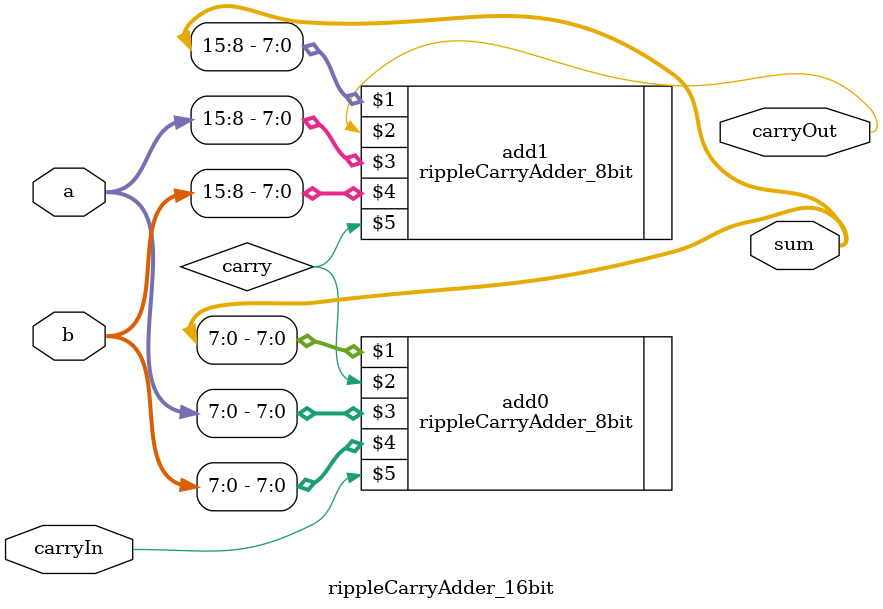
<source format=v>
/*
 * Assignment	  : 1
 * Problem No.	: 1
 * Semester		  : Autumn 2021
 * Group 		    : 46
 * Name1 		    : Neha Dalmia
 * RollNumber1 	: 19CS30055
 * Name2 		    : Rajat Bachhawat
 * RollNumber2 	: 19CS10073
 */

`timescale 1ns / 1ps

// Ripple carry adder (16-bit) implementation (using two 8-bit RCA)
module rippleCarryAdder_16bit (
  output[15:0] sum,	// 16 bit output sum
  output carryOut,	// most significant carry bit
  input[15:0] a,	// 16 bit input a
  input[15:0] b,	// 16 bit input b
  input carryIn	// carryIn
  );

  wire carry;		// wire to store the intermediate carry 
  
  /* 
  Logic
  We use two 8-bit RCAs to make a 16-bit RCA.
  Rightmost 8 input bits and input carry are passed on to RCA #1.
  The carry generated from RCA #1 is passed on to RCA #2 along with the leftmost 8 input bits.
  */

  rippleCarryAdder_8bit add0 (sum[7:0], carry, a[7:0], b[7:0], carryIn);        // 0 to 7th bits of the inputs added, carry generated for next 8 bits
  rippleCarryAdder_8bit add1 (sum[15:8], carryOut, a[15:8], b[15:8], carry);	// carry generated previosuly passed as input carry,  8th to 15th bits of the inputs added. Final otuput carry generated.
endmodule // rippleCarryAdder_16bit
</source>
